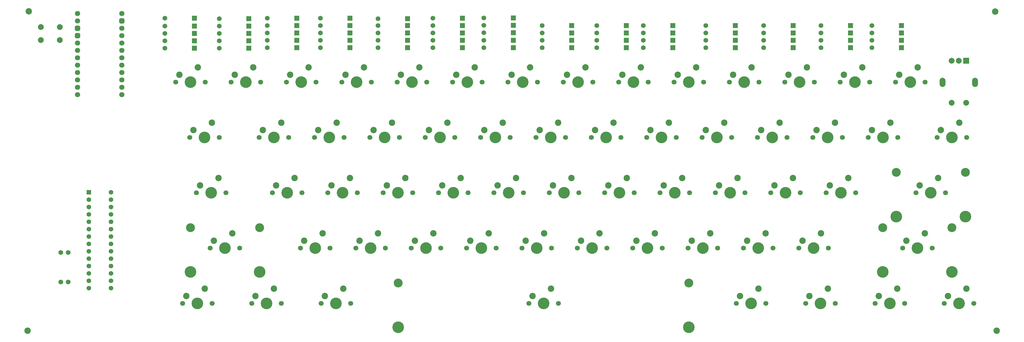
<source format=gbr>
%TF.GenerationSoftware,KiCad,Pcbnew,(7.0.0)*%
%TF.CreationDate,2023-12-21T18:15:09-08:00*%
%TF.ProjectId,Seeb61,53656562-3631-42e6-9b69-6361645f7063,rev?*%
%TF.SameCoordinates,Original*%
%TF.FileFunction,Soldermask,Bot*%
%TF.FilePolarity,Negative*%
%FSLAX46Y46*%
G04 Gerber Fmt 4.6, Leading zero omitted, Abs format (unit mm)*
G04 Created by KiCad (PCBNEW (7.0.0)) date 2023-12-21 18:15:09*
%MOMM*%
%LPD*%
G01*
G04 APERTURE LIST*
G04 Aperture macros list*
%AMRoundRect*
0 Rectangle with rounded corners*
0 $1 Rounding radius*
0 $2 $3 $4 $5 $6 $7 $8 $9 X,Y pos of 4 corners*
0 Add a 4 corners polygon primitive as box body*
4,1,4,$2,$3,$4,$5,$6,$7,$8,$9,$2,$3,0*
0 Add four circle primitives for the rounded corners*
1,1,$1+$1,$2,$3*
1,1,$1+$1,$4,$5*
1,1,$1+$1,$6,$7*
1,1,$1+$1,$8,$9*
0 Add four rect primitives between the rounded corners*
20,1,$1+$1,$2,$3,$4,$5,0*
20,1,$1+$1,$4,$5,$6,$7,0*
20,1,$1+$1,$6,$7,$8,$9,0*
20,1,$1+$1,$8,$9,$2,$3,0*%
G04 Aperture macros list end*
%ADD10C,3.050000*%
%ADD11C,4.000000*%
%ADD12C,1.700000*%
%ADD13C,2.200000*%
%ADD14C,1.651000*%
%ADD15R,1.651000X1.651000*%
%ADD16R,1.600000X1.600000*%
%ADD17C,1.600000*%
%ADD18C,2.000000*%
%ADD19C,1.800000*%
%ADD20RoundRect,0.450000X-0.450000X-0.450000X0.450000X-0.450000X0.450000X0.450000X-0.450000X0.450000X0*%
%ADD21O,2.000000X3.200000*%
%ADD22R,2.000000X2.000000*%
G04 APERTURE END LIST*
D10*
%TO.C,MX22*%
X237236000Y-179705000D03*
D11*
X237236000Y-194945000D03*
D12*
X244056000Y-186705000D03*
D11*
X249136000Y-186705000D03*
D12*
X254216000Y-186705000D03*
D10*
X261036000Y-179705000D03*
D11*
X261036000Y-194945000D03*
D13*
X251676000Y-181625000D03*
X245326000Y-184165000D03*
%TD*%
D10*
%TO.C,MX55*%
X480060000Y-160655000D03*
D11*
X480060000Y-175895000D03*
D12*
X486880000Y-167655000D03*
D11*
X491960000Y-167655000D03*
D12*
X497040000Y-167655000D03*
D10*
X503860000Y-160655000D03*
D11*
X503860000Y-175895000D03*
D13*
X494500000Y-162575000D03*
X488150000Y-165115000D03*
%TD*%
D14*
%TO.C,D27*%
X320675000Y-110109000D03*
D15*
X330834999Y-110108999D03*
%TD*%
D12*
%TO.C,MX48*%
X470408000Y-148590000D03*
D11*
X475488000Y-148590000D03*
D12*
X480568000Y-148590000D03*
D13*
X478028000Y-143510000D03*
X471678000Y-146050000D03*
%TD*%
D12*
%TO.C,MX52*%
X417830000Y-167640000D03*
D11*
X422910000Y-167640000D03*
D12*
X427990000Y-167640000D03*
D13*
X425450000Y-162560000D03*
X419100000Y-165100000D03*
%TD*%
D14*
%TO.C,D69*%
X471678000Y-110109000D03*
D15*
X481837999Y-110108999D03*
%TD*%
D14*
%TO.C,D49*%
X393065000Y-110109000D03*
D15*
X403224999Y-110108999D03*
%TD*%
D14*
%TO.C,D46*%
X393065000Y-117729000D03*
D15*
X403224999Y-117728999D03*
%TD*%
D12*
%TO.C,MX8*%
X236982000Y-148590000D03*
D11*
X242062000Y-148590000D03*
D12*
X247142000Y-148590000D03*
D13*
X244602000Y-143510000D03*
X238252000Y-146050000D03*
%TD*%
D14*
%TO.C,D38*%
X358267000Y-112649000D03*
D15*
X368426999Y-112648999D03*
%TD*%
D12*
%TO.C,MX45*%
X413258000Y-148590000D03*
D11*
X418338000Y-148590000D03*
D12*
X423418000Y-148590000D03*
D13*
X420878000Y-143510000D03*
X414528000Y-146050000D03*
%TD*%
D12*
%TO.C,MX11*%
X298958000Y-148590000D03*
D11*
X304038000Y-148590000D03*
D12*
X309118000Y-148590000D03*
D13*
X306578000Y-143510000D03*
X300228000Y-146050000D03*
%TD*%
D14*
%TO.C,D9*%
X247142000Y-115316000D03*
D15*
X257301999Y-115315999D03*
%TD*%
D12*
%TO.C,MX34*%
X448945000Y-205740000D03*
D11*
X454025000Y-205740000D03*
D12*
X459105000Y-205740000D03*
D13*
X456565000Y-200660000D03*
X450215000Y-203200000D03*
%TD*%
D12*
%TO.C,MX9*%
X260858000Y-148590000D03*
D11*
X265938000Y-148590000D03*
D12*
X271018000Y-148590000D03*
D13*
X268478000Y-143510000D03*
X262128000Y-146050000D03*
%TD*%
D12*
%TO.C,MX62*%
X496570000Y-205740000D03*
D11*
X501650000Y-205740000D03*
D12*
X506730000Y-205740000D03*
D13*
X504190000Y-200660000D03*
X497840000Y-203200000D03*
%TD*%
D12*
%TO.C,MX51*%
X398780000Y-167640000D03*
D11*
X403860000Y-167640000D03*
D12*
X408940000Y-167640000D03*
D13*
X406400000Y-162560000D03*
X400050000Y-165100000D03*
%TD*%
D14*
%TO.C,D26*%
X301752000Y-110109000D03*
D15*
X311911999Y-110108999D03*
%TD*%
D14*
%TO.C,D29*%
X228473000Y-107569000D03*
D15*
X238632999Y-107568999D03*
%TD*%
D14*
%TO.C,D44*%
X377063000Y-110109000D03*
D15*
X387222999Y-110108999D03*
%TD*%
D12*
%TO.C,MX21*%
X360680000Y-167640000D03*
D11*
X365760000Y-167640000D03*
D12*
X370840000Y-167640000D03*
D13*
X368300000Y-162560000D03*
X361950000Y-165100000D03*
%TD*%
D12*
%TO.C,MX18*%
X303530000Y-167640000D03*
D11*
X308610000Y-167640000D03*
D12*
X313690000Y-167640000D03*
D13*
X311150000Y-162560000D03*
X304800000Y-165100000D03*
%TD*%
D14*
%TO.C,D13*%
X320675000Y-115189000D03*
D15*
X330834999Y-115188999D03*
%TD*%
D14*
%TO.C,D67*%
X471678000Y-115189000D03*
D15*
X481837999Y-115188999D03*
%TD*%
D14*
%TO.C,D64*%
X454152000Y-110109000D03*
D15*
X464311999Y-110108999D03*
%TD*%
D12*
%TO.C,MX25*%
X313182000Y-186690000D03*
D11*
X318262000Y-186690000D03*
D12*
X323342000Y-186690000D03*
D13*
X320802000Y-181610000D03*
X314452000Y-184150000D03*
%TD*%
D14*
%TO.C,D15*%
X228473000Y-112776000D03*
D15*
X238632999Y-112775999D03*
%TD*%
D14*
%TO.C,D41*%
X377063000Y-117729000D03*
D15*
X387222999Y-117728999D03*
%TD*%
D12*
%TO.C,MX26*%
X332232000Y-186690000D03*
D11*
X337312000Y-186690000D03*
D12*
X342392000Y-186690000D03*
D13*
X339852000Y-181610000D03*
X333502000Y-184150000D03*
%TD*%
%TO.C,M2*%
X181610000Y-105156000D03*
%TD*%
D16*
%TO.C,U2*%
X202310999Y-167512999D03*
D17*
X202311000Y-170053000D03*
X202311000Y-172593000D03*
X202311000Y-175133000D03*
X202311000Y-177673000D03*
X202311000Y-180213000D03*
X202311000Y-182753000D03*
X202311000Y-185293000D03*
X202311000Y-187833000D03*
X202311000Y-190373000D03*
X202311000Y-192913000D03*
X202311000Y-195453000D03*
X202311000Y-197993000D03*
X202311000Y-200533000D03*
X209931000Y-200533000D03*
X209931000Y-197993000D03*
X209931000Y-195453000D03*
X209931000Y-192913000D03*
X209931000Y-190373000D03*
X209931000Y-187833000D03*
X209931000Y-185293000D03*
X209931000Y-182753000D03*
X209931000Y-180213000D03*
X209931000Y-177673000D03*
X209931000Y-175133000D03*
X209931000Y-172593000D03*
X209931000Y-170053000D03*
X209931000Y-167513000D03*
%TD*%
D14*
%TO.C,D5*%
X301752000Y-117729000D03*
D15*
X311911999Y-117728999D03*
%TD*%
D12*
%TO.C,MX57*%
X389382000Y-186690000D03*
D11*
X394462000Y-186690000D03*
D12*
X399542000Y-186690000D03*
D13*
X397002000Y-181610000D03*
X390652000Y-184150000D03*
%TD*%
D14*
%TO.C,D7*%
X338201000Y-117729000D03*
D15*
X348360999Y-117728999D03*
%TD*%
D12*
%TO.C,MX1*%
X232156000Y-129540000D03*
D11*
X237236000Y-129540000D03*
D12*
X242316000Y-129540000D03*
D13*
X239776000Y-124460000D03*
X233426000Y-127000000D03*
%TD*%
D12*
%TO.C,MX58*%
X408432000Y-186690000D03*
D11*
X413512000Y-186690000D03*
D12*
X418592000Y-186690000D03*
D13*
X416052000Y-181610000D03*
X409702000Y-184150000D03*
%TD*%
D14*
%TO.C,D6*%
X320675000Y-117729000D03*
D15*
X330834999Y-117728999D03*
%TD*%
D12*
%TO.C,MX41*%
X460756000Y-129540000D03*
D11*
X465836000Y-129540000D03*
D12*
X470916000Y-129540000D03*
D13*
X468376000Y-124460000D03*
X462026000Y-127000000D03*
%TD*%
D14*
%TO.C,D16*%
X247142000Y-112776000D03*
D15*
X257301999Y-112775999D03*
%TD*%
D12*
%TO.C,MX15*%
X239268000Y-167640000D03*
D11*
X244348000Y-167640000D03*
D12*
X249428000Y-167640000D03*
D13*
X246888000Y-162560000D03*
X240538000Y-165100000D03*
%TD*%
D12*
%TO.C,MX39*%
X422656000Y-129540000D03*
D11*
X427736000Y-129540000D03*
D12*
X432816000Y-129540000D03*
D13*
X430276000Y-124460000D03*
X423926000Y-127000000D03*
%TD*%
D12*
%TO.C,MX12*%
X318008000Y-148590000D03*
D11*
X323088000Y-148590000D03*
D12*
X328168000Y-148590000D03*
D13*
X325628000Y-143510000D03*
X319278000Y-146050000D03*
%TD*%
D14*
%TO.C,R1*%
X192659000Y-198374000D03*
X192659000Y-188214000D03*
%TD*%
D12*
%TO.C,MX6*%
X327406000Y-129540000D03*
D11*
X332486000Y-129540000D03*
D12*
X337566000Y-129540000D03*
D13*
X335026000Y-124460000D03*
X328676000Y-127000000D03*
%TD*%
D14*
%TO.C,D58*%
X434467000Y-112649000D03*
D15*
X444626999Y-112648999D03*
%TD*%
D18*
%TO.C,SW1*%
X185778000Y-110562000D03*
X192278000Y-110562000D03*
X185778000Y-115062000D03*
X192278000Y-115062000D03*
%TD*%
D12*
%TO.C,MX38*%
X403606000Y-129540000D03*
D11*
X408686000Y-129540000D03*
D12*
X413766000Y-129540000D03*
D13*
X411226000Y-124460000D03*
X404876000Y-127000000D03*
%TD*%
D14*
%TO.C,D66*%
X471678000Y-117729000D03*
D15*
X481837999Y-117728999D03*
%TD*%
D12*
%TO.C,MX13*%
X337058000Y-148590000D03*
D11*
X342138000Y-148590000D03*
D12*
X347218000Y-148590000D03*
D13*
X344678000Y-143510000D03*
X338328000Y-146050000D03*
%TD*%
D14*
%TO.C,D59*%
X434467000Y-110109000D03*
D15*
X444626999Y-110108999D03*
%TD*%
D14*
%TO.C,R2*%
X195199000Y-198374000D03*
X195199000Y-188214000D03*
%TD*%
%TO.C,D17*%
X263652000Y-112649000D03*
D15*
X273811999Y-112648999D03*
%TD*%
D13*
%TO.C,M2*%
X181229000Y-215138000D03*
%TD*%
D12*
%TO.C,MX3*%
X270256000Y-129540000D03*
D11*
X275336000Y-129540000D03*
D12*
X280416000Y-129540000D03*
D13*
X277876000Y-124460000D03*
X271526000Y-127000000D03*
%TD*%
D14*
%TO.C,D30*%
X247142000Y-107696000D03*
D15*
X257301999Y-107695999D03*
%TD*%
D12*
%TO.C,MX31*%
X282194000Y-205740000D03*
D11*
X287274000Y-205740000D03*
D12*
X292354000Y-205740000D03*
D13*
X289814000Y-200660000D03*
X283464000Y-203200000D03*
%TD*%
D14*
%TO.C,D25*%
X281940000Y-110109000D03*
D15*
X292099999Y-110108999D03*
%TD*%
D13*
%TO.C,M2*%
X514096000Y-105283000D03*
%TD*%
D14*
%TO.C,D42*%
X377063000Y-115189000D03*
D15*
X387222999Y-115188999D03*
%TD*%
D14*
%TO.C,D14*%
X338201000Y-115189000D03*
D15*
X348360999Y-115188999D03*
%TD*%
D12*
%TO.C,MX5*%
X308356000Y-129540000D03*
D11*
X313436000Y-129540000D03*
D12*
X318516000Y-129540000D03*
D13*
X315976000Y-124460000D03*
X309626000Y-127000000D03*
%TD*%
D14*
%TO.C,D54*%
X414528000Y-110109000D03*
D15*
X424687999Y-110108999D03*
%TD*%
D14*
%TO.C,D63*%
X454152000Y-112649000D03*
D15*
X464311999Y-112648999D03*
%TD*%
D12*
%TO.C,MX59*%
X427482000Y-186690000D03*
D11*
X432562000Y-186690000D03*
D12*
X437642000Y-186690000D03*
D13*
X435102000Y-181610000D03*
X428752000Y-184150000D03*
%TD*%
D19*
%TO.C,U1*%
X198374000Y-105918000D03*
X198374000Y-108458000D03*
D20*
X198374000Y-110998000D03*
X198374000Y-113538000D03*
D19*
X198374000Y-116078000D03*
X198374000Y-118618000D03*
X198374000Y-121158000D03*
X198374000Y-123698000D03*
X198374000Y-126238000D03*
X198374000Y-128778000D03*
X198374000Y-131318000D03*
X198374000Y-133858000D03*
X213614000Y-105918000D03*
D20*
X213614000Y-108458000D03*
D19*
X213614000Y-110998000D03*
X213614000Y-113538000D03*
X213614000Y-116078000D03*
X213614000Y-118618000D03*
X213614000Y-121158000D03*
X213614000Y-123698000D03*
X213614000Y-126238000D03*
X213614000Y-128778000D03*
X213614000Y-131318000D03*
X213614000Y-133858000D03*
%TD*%
D14*
%TO.C,D12*%
X301752000Y-115189000D03*
D15*
X311911999Y-115188999D03*
%TD*%
D14*
%TO.C,D61*%
X454152000Y-117729000D03*
D15*
X464311999Y-117728999D03*
%TD*%
D14*
%TO.C,D34*%
X320675000Y-107569000D03*
D15*
X330834999Y-107568999D03*
%TD*%
D12*
%TO.C,MX40*%
X441706000Y-129540000D03*
D11*
X446786000Y-129540000D03*
D12*
X451866000Y-129540000D03*
D13*
X449326000Y-124460000D03*
X442976000Y-127000000D03*
%TD*%
D14*
%TO.C,D51*%
X414528000Y-117729000D03*
D15*
X424687999Y-117728999D03*
%TD*%
D12*
%TO.C,MX20*%
X341630000Y-167640000D03*
D11*
X346710000Y-167640000D03*
D12*
X351790000Y-167640000D03*
D13*
X349250000Y-162560000D03*
X342900000Y-165100000D03*
%TD*%
D14*
%TO.C,D39*%
X358267000Y-110109000D03*
D15*
X368426999Y-110108999D03*
%TD*%
D14*
%TO.C,D2*%
X247142000Y-117856000D03*
D15*
X257301999Y-117855999D03*
%TD*%
D14*
%TO.C,D48*%
X393065000Y-112649000D03*
D15*
X403224999Y-112648999D03*
%TD*%
D14*
%TO.C,D53*%
X414528000Y-112649000D03*
D15*
X424687999Y-112648999D03*
%TD*%
D14*
%TO.C,D47*%
X393065000Y-115189000D03*
D15*
X403224999Y-115188999D03*
%TD*%
D14*
%TO.C,D10*%
X263652000Y-115189000D03*
D15*
X273811999Y-115188999D03*
%TD*%
D21*
%TO.C,SW2*%
X507209999Y-129651999D03*
X496009999Y-129651999D03*
D22*
X504109999Y-122151999D03*
D18*
X499110000Y-122152000D03*
X501610000Y-122152000D03*
X499110000Y-136652000D03*
X504110000Y-136652000D03*
%TD*%
D14*
%TO.C,D11*%
X281940000Y-115189000D03*
D15*
X292099999Y-115188999D03*
%TD*%
D12*
%TO.C,MX14*%
X356108000Y-148590000D03*
D11*
X361188000Y-148590000D03*
D12*
X366268000Y-148590000D03*
D13*
X363728000Y-143510000D03*
X357378000Y-146050000D03*
%TD*%
D12*
%TO.C,MX2*%
X251206000Y-129540000D03*
D11*
X256286000Y-129540000D03*
D12*
X261366000Y-129540000D03*
D13*
X258826000Y-124460000D03*
X252476000Y-127000000D03*
%TD*%
D14*
%TO.C,D37*%
X358267000Y-115189000D03*
D15*
X368426999Y-115188999D03*
%TD*%
D12*
%TO.C,MX37*%
X384556000Y-129540000D03*
D11*
X389636000Y-129540000D03*
D12*
X394716000Y-129540000D03*
D13*
X392176000Y-124460000D03*
X385826000Y-127000000D03*
%TD*%
D12*
%TO.C,MX47*%
X451358000Y-148590000D03*
D11*
X456438000Y-148590000D03*
D12*
X461518000Y-148590000D03*
D13*
X458978000Y-143510000D03*
X452628000Y-146050000D03*
%TD*%
D12*
%TO.C,MX46*%
X432308000Y-148590000D03*
D11*
X437388000Y-148590000D03*
D12*
X442468000Y-148590000D03*
D13*
X439928000Y-143510000D03*
X433578000Y-146050000D03*
%TD*%
D12*
%TO.C,MX42*%
X479806000Y-129540000D03*
D11*
X484886000Y-129540000D03*
D12*
X489966000Y-129540000D03*
D13*
X487426000Y-124460000D03*
X481076000Y-127000000D03*
%TD*%
D12*
%TO.C,MX28*%
X370332000Y-186690000D03*
D11*
X375412000Y-186690000D03*
D12*
X380492000Y-186690000D03*
D13*
X377952000Y-181610000D03*
X371602000Y-184150000D03*
%TD*%
D12*
%TO.C,MX24*%
X294132000Y-186690000D03*
D11*
X299212000Y-186690000D03*
D12*
X304292000Y-186690000D03*
D13*
X301752000Y-181610000D03*
X295402000Y-184150000D03*
%TD*%
D12*
%TO.C,MX23*%
X275082000Y-186690000D03*
D11*
X280162000Y-186690000D03*
D12*
X285242000Y-186690000D03*
D13*
X282702000Y-181610000D03*
X276352000Y-184150000D03*
%TD*%
D14*
%TO.C,D21*%
X338201000Y-112522000D03*
D15*
X348360999Y-112521999D03*
%TD*%
D14*
%TO.C,D1*%
X228473000Y-117856000D03*
D15*
X238632999Y-117855999D03*
%TD*%
D12*
%TO.C,MX53*%
X436880000Y-167640000D03*
D11*
X441960000Y-167640000D03*
D12*
X447040000Y-167640000D03*
D13*
X444500000Y-162560000D03*
X438150000Y-165100000D03*
%TD*%
D14*
%TO.C,D43*%
X377063000Y-112649000D03*
D15*
X387222999Y-112648999D03*
%TD*%
D12*
%TO.C,MX29*%
X234569000Y-205740000D03*
D11*
X239649000Y-205740000D03*
D12*
X244729000Y-205740000D03*
D13*
X242189000Y-200660000D03*
X235839000Y-203200000D03*
%TD*%
D14*
%TO.C,D3*%
X263652000Y-117729000D03*
D15*
X273811999Y-117728999D03*
%TD*%
D12*
%TO.C,MX35*%
X472821000Y-205740000D03*
D11*
X477901000Y-205740000D03*
D12*
X482981000Y-205740000D03*
D13*
X480441000Y-200660000D03*
X474091000Y-203200000D03*
%TD*%
D14*
%TO.C,D32*%
X281940000Y-107569000D03*
D15*
X292099999Y-107568999D03*
%TD*%
D12*
%TO.C,MX49*%
X494157000Y-148590000D03*
D11*
X499237000Y-148590000D03*
D12*
X504317000Y-148590000D03*
D13*
X501777000Y-143510000D03*
X495427000Y-146050000D03*
%TD*%
D12*
%TO.C,MX27*%
X351282000Y-186690000D03*
D11*
X356362000Y-186690000D03*
D12*
X361442000Y-186690000D03*
D13*
X358902000Y-181610000D03*
X352552000Y-184150000D03*
%TD*%
D12*
%TO.C,MX54*%
X455930000Y-167640000D03*
D11*
X461010000Y-167640000D03*
D12*
X466090000Y-167640000D03*
D13*
X463550000Y-162560000D03*
X457200000Y-165100000D03*
%TD*%
D14*
%TO.C,D22*%
X228473000Y-110236000D03*
D15*
X238632999Y-110235999D03*
%TD*%
D14*
%TO.C,D20*%
X320675000Y-112649000D03*
D15*
X330834999Y-112648999D03*
%TD*%
D12*
%TO.C,MX36*%
X365506000Y-129540000D03*
D11*
X370586000Y-129540000D03*
D12*
X375666000Y-129540000D03*
D13*
X373126000Y-124460000D03*
X366776000Y-127000000D03*
%TD*%
D12*
%TO.C,MX50*%
X379730000Y-167640000D03*
D11*
X384810000Y-167640000D03*
D12*
X389890000Y-167640000D03*
D13*
X387350000Y-162560000D03*
X381000000Y-165100000D03*
%TD*%
D14*
%TO.C,D62*%
X454152000Y-115189000D03*
D15*
X464311999Y-115188999D03*
%TD*%
D14*
%TO.C,D52*%
X414528000Y-115189000D03*
D15*
X424687999Y-115188999D03*
%TD*%
D10*
%TO.C,MX61*%
X475437000Y-179705000D03*
D11*
X475437000Y-194945000D03*
D12*
X482257000Y-186705000D03*
D11*
X487337000Y-186705000D03*
D12*
X492417000Y-186705000D03*
D10*
X499237000Y-179705000D03*
D11*
X499237000Y-194945000D03*
D13*
X489877000Y-181625000D03*
X483527000Y-184165000D03*
%TD*%
D14*
%TO.C,D24*%
X263652000Y-110109000D03*
D15*
X273811999Y-110108999D03*
%TD*%
D12*
%TO.C,MX17*%
X284480000Y-167640000D03*
D11*
X289560000Y-167640000D03*
D12*
X294640000Y-167640000D03*
D13*
X292100000Y-162560000D03*
X285750000Y-165100000D03*
%TD*%
D14*
%TO.C,D8*%
X228473000Y-115316000D03*
D15*
X238632999Y-115315999D03*
%TD*%
D14*
%TO.C,D68*%
X471678000Y-112649000D03*
D15*
X481837999Y-112648999D03*
%TD*%
D14*
%TO.C,D57*%
X434467000Y-115189000D03*
D15*
X444626999Y-115188999D03*
%TD*%
D12*
%TO.C,MX4*%
X289306000Y-129540000D03*
D11*
X294386000Y-129540000D03*
D12*
X299466000Y-129540000D03*
D13*
X296926000Y-124460000D03*
X290576000Y-127000000D03*
%TD*%
D14*
%TO.C,D19*%
X301752000Y-112649000D03*
D15*
X311911999Y-112648999D03*
%TD*%
D12*
%TO.C,MX30*%
X258318000Y-205740000D03*
D11*
X263398000Y-205740000D03*
D12*
X268478000Y-205740000D03*
D13*
X265938000Y-200660000D03*
X259588000Y-203200000D03*
%TD*%
D14*
%TO.C,D33*%
X301752000Y-107696000D03*
D15*
X311911999Y-107695999D03*
%TD*%
D14*
%TO.C,D23*%
X247142000Y-110236000D03*
D15*
X257301999Y-110235999D03*
%TD*%
D14*
%TO.C,D4*%
X281940000Y-117729000D03*
D15*
X292099999Y-117728999D03*
%TD*%
D14*
%TO.C,D56*%
X434467000Y-117729000D03*
D15*
X444626999Y-117728999D03*
%TD*%
D12*
%TO.C,MX60*%
X446532000Y-186690000D03*
D11*
X451612000Y-186690000D03*
D12*
X456692000Y-186690000D03*
D13*
X454152000Y-181610000D03*
X447802000Y-184150000D03*
%TD*%
D14*
%TO.C,D28*%
X338201000Y-109982000D03*
D15*
X348360999Y-109981999D03*
%TD*%
D12*
%TO.C,MX33*%
X425069000Y-205740000D03*
D11*
X430149000Y-205740000D03*
D12*
X435229000Y-205740000D03*
D13*
X432689000Y-200660000D03*
X426339000Y-203200000D03*
%TD*%
D14*
%TO.C,D36*%
X358267000Y-117729000D03*
D15*
X368426999Y-117728999D03*
%TD*%
D12*
%TO.C,MX10*%
X279908000Y-148590000D03*
D11*
X284988000Y-148590000D03*
D12*
X290068000Y-148590000D03*
D13*
X287528000Y-143510000D03*
X281178000Y-146050000D03*
%TD*%
D12*
%TO.C,MX16*%
X265430000Y-167640000D03*
D11*
X270510000Y-167640000D03*
D12*
X275590000Y-167640000D03*
D13*
X273050000Y-162560000D03*
X266700000Y-165100000D03*
%TD*%
D12*
%TO.C,MX43*%
X375158000Y-148590000D03*
D11*
X380238000Y-148590000D03*
D12*
X385318000Y-148590000D03*
D13*
X382778000Y-143510000D03*
X376428000Y-146050000D03*
%TD*%
D14*
%TO.C,D18*%
X281940000Y-112649000D03*
D15*
X292099999Y-112648999D03*
%TD*%
D12*
%TO.C,MX19*%
X322580000Y-167640000D03*
D11*
X327660000Y-167640000D03*
D12*
X332740000Y-167640000D03*
D13*
X330200000Y-162560000D03*
X323850000Y-165100000D03*
%TD*%
D10*
%TO.C,MX32*%
X308737000Y-198755000D03*
D11*
X308737000Y-213995000D03*
D12*
X353657000Y-205755000D03*
D11*
X358737000Y-205755000D03*
D12*
X363817000Y-205755000D03*
D10*
X408737000Y-198755000D03*
D11*
X408737000Y-213995000D03*
D13*
X361277000Y-200675000D03*
X354927000Y-203215000D03*
%TD*%
D14*
%TO.C,D35*%
X338201000Y-107442000D03*
D15*
X348360999Y-107441999D03*
%TD*%
D12*
%TO.C,MX7*%
X346456000Y-129540000D03*
D11*
X351536000Y-129540000D03*
D12*
X356616000Y-129540000D03*
D13*
X354076000Y-124460000D03*
X347726000Y-127000000D03*
%TD*%
D14*
%TO.C,D31*%
X263652000Y-107569000D03*
D15*
X273811999Y-107568999D03*
%TD*%
D12*
%TO.C,MX44*%
X394208000Y-148590000D03*
D11*
X399288000Y-148590000D03*
D12*
X404368000Y-148590000D03*
D13*
X401828000Y-143510000D03*
X395478000Y-146050000D03*
%TD*%
%TO.C,M2*%
X514604000Y-215138000D03*
%TD*%
M02*

</source>
